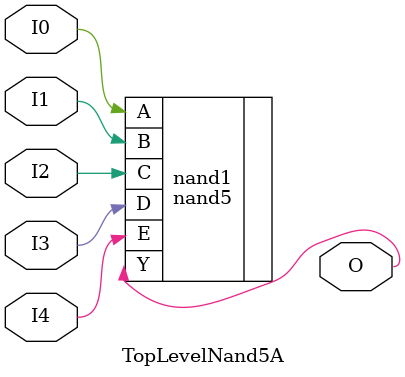
<source format=v>

module TopLevelNand5A(I0, I1, I2, I3, I4, O);
  input I0, I1, I2, I3, I4;
  output O;
  
  // Direct implementation using nand5
  nand5 nand1(.A(I0), .B(I1), .C(I2), .D(I3), .E(I4), .Y(O));
  
endmodule

</source>
